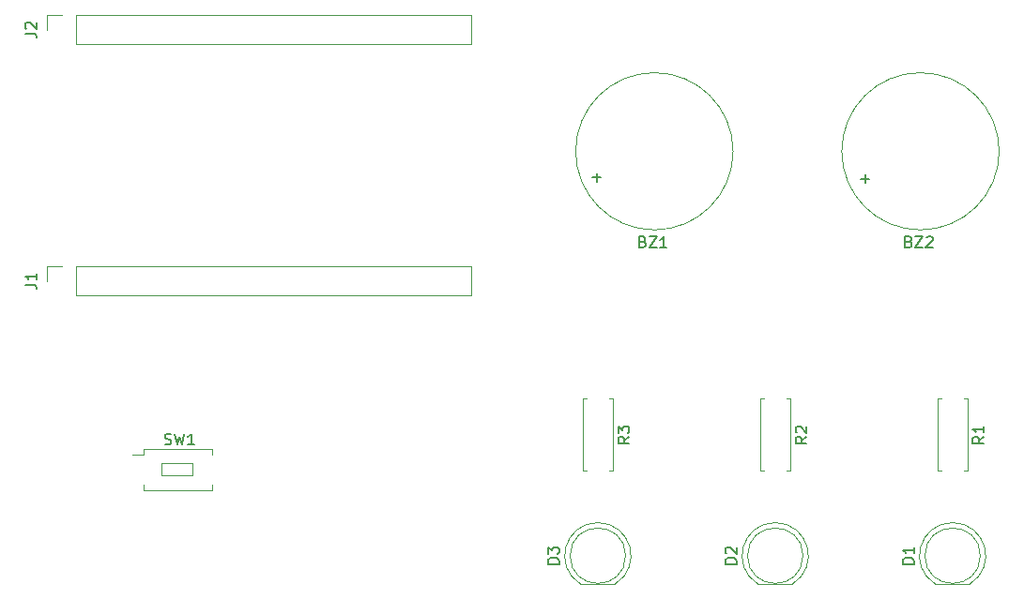
<source format=gbr>
%TF.GenerationSoftware,KiCad,Pcbnew,9.0.7*%
%TF.CreationDate,2026-01-03T23:35:48+01:00*%
%TF.ProjectId,Empfaenger,456d7066-6165-46e6-9765-722e6b696361,rev?*%
%TF.SameCoordinates,Original*%
%TF.FileFunction,Legend,Top*%
%TF.FilePolarity,Positive*%
%FSLAX46Y46*%
G04 Gerber Fmt 4.6, Leading zero omitted, Abs format (unit mm)*
G04 Created by KiCad (PCBNEW 9.0.7) date 2026-01-03 23:35:48*
%MOMM*%
%LPD*%
G01*
G04 APERTURE LIST*
%ADD10C,0.150000*%
%ADD11C,0.120000*%
G04 APERTURE END LIST*
D10*
X71959047Y-37961009D02*
X72101904Y-38008628D01*
X72101904Y-38008628D02*
X72149523Y-38056247D01*
X72149523Y-38056247D02*
X72197142Y-38151485D01*
X72197142Y-38151485D02*
X72197142Y-38294342D01*
X72197142Y-38294342D02*
X72149523Y-38389580D01*
X72149523Y-38389580D02*
X72101904Y-38437200D01*
X72101904Y-38437200D02*
X72006666Y-38484819D01*
X72006666Y-38484819D02*
X71625714Y-38484819D01*
X71625714Y-38484819D02*
X71625714Y-37484819D01*
X71625714Y-37484819D02*
X71959047Y-37484819D01*
X71959047Y-37484819D02*
X72054285Y-37532438D01*
X72054285Y-37532438D02*
X72101904Y-37580057D01*
X72101904Y-37580057D02*
X72149523Y-37675295D01*
X72149523Y-37675295D02*
X72149523Y-37770533D01*
X72149523Y-37770533D02*
X72101904Y-37865771D01*
X72101904Y-37865771D02*
X72054285Y-37913390D01*
X72054285Y-37913390D02*
X71959047Y-37961009D01*
X71959047Y-37961009D02*
X71625714Y-37961009D01*
X72530476Y-37484819D02*
X73197142Y-37484819D01*
X73197142Y-37484819D02*
X72530476Y-38484819D01*
X72530476Y-38484819D02*
X73197142Y-38484819D01*
X74101904Y-38484819D02*
X73530476Y-38484819D01*
X73816190Y-38484819D02*
X73816190Y-37484819D01*
X73816190Y-37484819D02*
X73720952Y-37627676D01*
X73720952Y-37627676D02*
X73625714Y-37722914D01*
X73625714Y-37722914D02*
X73530476Y-37770533D01*
X67419048Y-32173866D02*
X68180953Y-32173866D01*
X67800000Y-32554819D02*
X67800000Y-31792914D01*
X28836667Y-56257200D02*
X28979524Y-56304819D01*
X28979524Y-56304819D02*
X29217619Y-56304819D01*
X29217619Y-56304819D02*
X29312857Y-56257200D01*
X29312857Y-56257200D02*
X29360476Y-56209580D01*
X29360476Y-56209580D02*
X29408095Y-56114342D01*
X29408095Y-56114342D02*
X29408095Y-56019104D01*
X29408095Y-56019104D02*
X29360476Y-55923866D01*
X29360476Y-55923866D02*
X29312857Y-55876247D01*
X29312857Y-55876247D02*
X29217619Y-55828628D01*
X29217619Y-55828628D02*
X29027143Y-55781009D01*
X29027143Y-55781009D02*
X28931905Y-55733390D01*
X28931905Y-55733390D02*
X28884286Y-55685771D01*
X28884286Y-55685771D02*
X28836667Y-55590533D01*
X28836667Y-55590533D02*
X28836667Y-55495295D01*
X28836667Y-55495295D02*
X28884286Y-55400057D01*
X28884286Y-55400057D02*
X28931905Y-55352438D01*
X28931905Y-55352438D02*
X29027143Y-55304819D01*
X29027143Y-55304819D02*
X29265238Y-55304819D01*
X29265238Y-55304819D02*
X29408095Y-55352438D01*
X29741429Y-55304819D02*
X29979524Y-56304819D01*
X29979524Y-56304819D02*
X30170000Y-55590533D01*
X30170000Y-55590533D02*
X30360476Y-56304819D01*
X30360476Y-56304819D02*
X30598572Y-55304819D01*
X31503333Y-56304819D02*
X30931905Y-56304819D01*
X31217619Y-56304819D02*
X31217619Y-55304819D01*
X31217619Y-55304819D02*
X31122381Y-55447676D01*
X31122381Y-55447676D02*
X31027143Y-55542914D01*
X31027143Y-55542914D02*
X30931905Y-55590533D01*
X96394819Y-67068094D02*
X95394819Y-67068094D01*
X95394819Y-67068094D02*
X95394819Y-66829999D01*
X95394819Y-66829999D02*
X95442438Y-66687142D01*
X95442438Y-66687142D02*
X95537676Y-66591904D01*
X95537676Y-66591904D02*
X95632914Y-66544285D01*
X95632914Y-66544285D02*
X95823390Y-66496666D01*
X95823390Y-66496666D02*
X95966247Y-66496666D01*
X95966247Y-66496666D02*
X96156723Y-66544285D01*
X96156723Y-66544285D02*
X96251961Y-66591904D01*
X96251961Y-66591904D02*
X96347200Y-66687142D01*
X96347200Y-66687142D02*
X96394819Y-66829999D01*
X96394819Y-66829999D02*
X96394819Y-67068094D01*
X96394819Y-65544285D02*
X96394819Y-66115713D01*
X96394819Y-65829999D02*
X95394819Y-65829999D01*
X95394819Y-65829999D02*
X95537676Y-65925237D01*
X95537676Y-65925237D02*
X95632914Y-66020475D01*
X95632914Y-66020475D02*
X95680533Y-66115713D01*
X102724819Y-55576666D02*
X102248628Y-55909999D01*
X102724819Y-56148094D02*
X101724819Y-56148094D01*
X101724819Y-56148094D02*
X101724819Y-55767142D01*
X101724819Y-55767142D02*
X101772438Y-55671904D01*
X101772438Y-55671904D02*
X101820057Y-55624285D01*
X101820057Y-55624285D02*
X101915295Y-55576666D01*
X101915295Y-55576666D02*
X102058152Y-55576666D01*
X102058152Y-55576666D02*
X102153390Y-55624285D01*
X102153390Y-55624285D02*
X102201009Y-55671904D01*
X102201009Y-55671904D02*
X102248628Y-55767142D01*
X102248628Y-55767142D02*
X102248628Y-56148094D01*
X102724819Y-54624285D02*
X102724819Y-55195713D01*
X102724819Y-54909999D02*
X101724819Y-54909999D01*
X101724819Y-54909999D02*
X101867676Y-55005237D01*
X101867676Y-55005237D02*
X101962914Y-55100475D01*
X101962914Y-55100475D02*
X102010533Y-55195713D01*
X70724819Y-55576666D02*
X70248628Y-55909999D01*
X70724819Y-56148094D02*
X69724819Y-56148094D01*
X69724819Y-56148094D02*
X69724819Y-55767142D01*
X69724819Y-55767142D02*
X69772438Y-55671904D01*
X69772438Y-55671904D02*
X69820057Y-55624285D01*
X69820057Y-55624285D02*
X69915295Y-55576666D01*
X69915295Y-55576666D02*
X70058152Y-55576666D01*
X70058152Y-55576666D02*
X70153390Y-55624285D01*
X70153390Y-55624285D02*
X70201009Y-55671904D01*
X70201009Y-55671904D02*
X70248628Y-55767142D01*
X70248628Y-55767142D02*
X70248628Y-56148094D01*
X69724819Y-55243332D02*
X69724819Y-54624285D01*
X69724819Y-54624285D02*
X70105771Y-54957618D01*
X70105771Y-54957618D02*
X70105771Y-54814761D01*
X70105771Y-54814761D02*
X70153390Y-54719523D01*
X70153390Y-54719523D02*
X70201009Y-54671904D01*
X70201009Y-54671904D02*
X70296247Y-54624285D01*
X70296247Y-54624285D02*
X70534342Y-54624285D01*
X70534342Y-54624285D02*
X70629580Y-54671904D01*
X70629580Y-54671904D02*
X70677200Y-54719523D01*
X70677200Y-54719523D02*
X70724819Y-54814761D01*
X70724819Y-54814761D02*
X70724819Y-55100475D01*
X70724819Y-55100475D02*
X70677200Y-55195713D01*
X70677200Y-55195713D02*
X70629580Y-55243332D01*
X86724819Y-55576666D02*
X86248628Y-55909999D01*
X86724819Y-56148094D02*
X85724819Y-56148094D01*
X85724819Y-56148094D02*
X85724819Y-55767142D01*
X85724819Y-55767142D02*
X85772438Y-55671904D01*
X85772438Y-55671904D02*
X85820057Y-55624285D01*
X85820057Y-55624285D02*
X85915295Y-55576666D01*
X85915295Y-55576666D02*
X86058152Y-55576666D01*
X86058152Y-55576666D02*
X86153390Y-55624285D01*
X86153390Y-55624285D02*
X86201009Y-55671904D01*
X86201009Y-55671904D02*
X86248628Y-55767142D01*
X86248628Y-55767142D02*
X86248628Y-56148094D01*
X85820057Y-55195713D02*
X85772438Y-55148094D01*
X85772438Y-55148094D02*
X85724819Y-55052856D01*
X85724819Y-55052856D02*
X85724819Y-54814761D01*
X85724819Y-54814761D02*
X85772438Y-54719523D01*
X85772438Y-54719523D02*
X85820057Y-54671904D01*
X85820057Y-54671904D02*
X85915295Y-54624285D01*
X85915295Y-54624285D02*
X86010533Y-54624285D01*
X86010533Y-54624285D02*
X86153390Y-54671904D01*
X86153390Y-54671904D02*
X86724819Y-55243332D01*
X86724819Y-55243332D02*
X86724819Y-54624285D01*
X16244819Y-19153333D02*
X16959104Y-19153333D01*
X16959104Y-19153333D02*
X17101961Y-19200952D01*
X17101961Y-19200952D02*
X17197200Y-19296190D01*
X17197200Y-19296190D02*
X17244819Y-19439047D01*
X17244819Y-19439047D02*
X17244819Y-19534285D01*
X16340057Y-18724761D02*
X16292438Y-18677142D01*
X16292438Y-18677142D02*
X16244819Y-18581904D01*
X16244819Y-18581904D02*
X16244819Y-18343809D01*
X16244819Y-18343809D02*
X16292438Y-18248571D01*
X16292438Y-18248571D02*
X16340057Y-18200952D01*
X16340057Y-18200952D02*
X16435295Y-18153333D01*
X16435295Y-18153333D02*
X16530533Y-18153333D01*
X16530533Y-18153333D02*
X16673390Y-18200952D01*
X16673390Y-18200952D02*
X17244819Y-18772380D01*
X17244819Y-18772380D02*
X17244819Y-18153333D01*
X16244819Y-41833333D02*
X16959104Y-41833333D01*
X16959104Y-41833333D02*
X17101961Y-41880952D01*
X17101961Y-41880952D02*
X17197200Y-41976190D01*
X17197200Y-41976190D02*
X17244819Y-42119047D01*
X17244819Y-42119047D02*
X17244819Y-42214285D01*
X17244819Y-40833333D02*
X17244819Y-41404761D01*
X17244819Y-41119047D02*
X16244819Y-41119047D01*
X16244819Y-41119047D02*
X16387676Y-41214285D01*
X16387676Y-41214285D02*
X16482914Y-41309523D01*
X16482914Y-41309523D02*
X16530533Y-41404761D01*
X64394819Y-67068094D02*
X63394819Y-67068094D01*
X63394819Y-67068094D02*
X63394819Y-66829999D01*
X63394819Y-66829999D02*
X63442438Y-66687142D01*
X63442438Y-66687142D02*
X63537676Y-66591904D01*
X63537676Y-66591904D02*
X63632914Y-66544285D01*
X63632914Y-66544285D02*
X63823390Y-66496666D01*
X63823390Y-66496666D02*
X63966247Y-66496666D01*
X63966247Y-66496666D02*
X64156723Y-66544285D01*
X64156723Y-66544285D02*
X64251961Y-66591904D01*
X64251961Y-66591904D02*
X64347200Y-66687142D01*
X64347200Y-66687142D02*
X64394819Y-66829999D01*
X64394819Y-66829999D02*
X64394819Y-67068094D01*
X63394819Y-66163332D02*
X63394819Y-65544285D01*
X63394819Y-65544285D02*
X63775771Y-65877618D01*
X63775771Y-65877618D02*
X63775771Y-65734761D01*
X63775771Y-65734761D02*
X63823390Y-65639523D01*
X63823390Y-65639523D02*
X63871009Y-65591904D01*
X63871009Y-65591904D02*
X63966247Y-65544285D01*
X63966247Y-65544285D02*
X64204342Y-65544285D01*
X64204342Y-65544285D02*
X64299580Y-65591904D01*
X64299580Y-65591904D02*
X64347200Y-65639523D01*
X64347200Y-65639523D02*
X64394819Y-65734761D01*
X64394819Y-65734761D02*
X64394819Y-66020475D01*
X64394819Y-66020475D02*
X64347200Y-66115713D01*
X64347200Y-66115713D02*
X64299580Y-66163332D01*
X80394819Y-67068094D02*
X79394819Y-67068094D01*
X79394819Y-67068094D02*
X79394819Y-66829999D01*
X79394819Y-66829999D02*
X79442438Y-66687142D01*
X79442438Y-66687142D02*
X79537676Y-66591904D01*
X79537676Y-66591904D02*
X79632914Y-66544285D01*
X79632914Y-66544285D02*
X79823390Y-66496666D01*
X79823390Y-66496666D02*
X79966247Y-66496666D01*
X79966247Y-66496666D02*
X80156723Y-66544285D01*
X80156723Y-66544285D02*
X80251961Y-66591904D01*
X80251961Y-66591904D02*
X80347200Y-66687142D01*
X80347200Y-66687142D02*
X80394819Y-66829999D01*
X80394819Y-66829999D02*
X80394819Y-67068094D01*
X79490057Y-66115713D02*
X79442438Y-66068094D01*
X79442438Y-66068094D02*
X79394819Y-65972856D01*
X79394819Y-65972856D02*
X79394819Y-65734761D01*
X79394819Y-65734761D02*
X79442438Y-65639523D01*
X79442438Y-65639523D02*
X79490057Y-65591904D01*
X79490057Y-65591904D02*
X79585295Y-65544285D01*
X79585295Y-65544285D02*
X79680533Y-65544285D01*
X79680533Y-65544285D02*
X79823390Y-65591904D01*
X79823390Y-65591904D02*
X80394819Y-66163332D01*
X80394819Y-66163332D02*
X80394819Y-65544285D01*
X95959047Y-37961009D02*
X96101904Y-38008628D01*
X96101904Y-38008628D02*
X96149523Y-38056247D01*
X96149523Y-38056247D02*
X96197142Y-38151485D01*
X96197142Y-38151485D02*
X96197142Y-38294342D01*
X96197142Y-38294342D02*
X96149523Y-38389580D01*
X96149523Y-38389580D02*
X96101904Y-38437200D01*
X96101904Y-38437200D02*
X96006666Y-38484819D01*
X96006666Y-38484819D02*
X95625714Y-38484819D01*
X95625714Y-38484819D02*
X95625714Y-37484819D01*
X95625714Y-37484819D02*
X95959047Y-37484819D01*
X95959047Y-37484819D02*
X96054285Y-37532438D01*
X96054285Y-37532438D02*
X96101904Y-37580057D01*
X96101904Y-37580057D02*
X96149523Y-37675295D01*
X96149523Y-37675295D02*
X96149523Y-37770533D01*
X96149523Y-37770533D02*
X96101904Y-37865771D01*
X96101904Y-37865771D02*
X96054285Y-37913390D01*
X96054285Y-37913390D02*
X95959047Y-37961009D01*
X95959047Y-37961009D02*
X95625714Y-37961009D01*
X96530476Y-37484819D02*
X97197142Y-37484819D01*
X97197142Y-37484819D02*
X96530476Y-38484819D01*
X96530476Y-38484819D02*
X97197142Y-38484819D01*
X97530476Y-37580057D02*
X97578095Y-37532438D01*
X97578095Y-37532438D02*
X97673333Y-37484819D01*
X97673333Y-37484819D02*
X97911428Y-37484819D01*
X97911428Y-37484819D02*
X98006666Y-37532438D01*
X98006666Y-37532438D02*
X98054285Y-37580057D01*
X98054285Y-37580057D02*
X98101904Y-37675295D01*
X98101904Y-37675295D02*
X98101904Y-37770533D01*
X98101904Y-37770533D02*
X98054285Y-37913390D01*
X98054285Y-37913390D02*
X97482857Y-38484819D01*
X97482857Y-38484819D02*
X98101904Y-38484819D01*
X91619048Y-32273866D02*
X92380953Y-32273866D01*
X92000000Y-32654819D02*
X92000000Y-31892914D01*
D11*
%TO.C,BZ1*%
X80100000Y-29800000D02*
G75*
G02*
X65900000Y-29800000I-7100000J0D01*
G01*
X65900000Y-29800000D02*
G75*
G02*
X80100000Y-29800000I7100000J0D01*
G01*
%TO.C,SW1*%
X26900000Y-56700000D02*
X26900000Y-57160000D01*
X26900000Y-57160000D02*
X25900000Y-57160000D01*
X26900000Y-59940000D02*
X26900000Y-60400000D01*
X26900000Y-60400000D02*
X33100000Y-60400000D01*
X33100000Y-56700000D02*
X26900000Y-56700000D01*
X33100000Y-56700000D02*
X33100000Y-57160000D01*
X33100000Y-59940000D02*
X33100000Y-60400000D01*
X28500000Y-58000000D02*
X31350000Y-58000000D01*
X31350000Y-59050000D01*
X28500000Y-59050000D01*
X28500000Y-58000000D01*
%TO.C,D1*%
X102400000Y-66330000D02*
G75*
G02*
X97400000Y-66330000I-2500000J0D01*
G01*
X97400000Y-66330000D02*
G75*
G02*
X102400000Y-66330000I2500000J0D01*
G01*
X99900000Y-63340000D02*
G75*
G02*
X101444830Y-68890000I0J-2990000D01*
G01*
X98355170Y-68890000D02*
G75*
G02*
X99900000Y-63340000I1544830J2560000D01*
G01*
X98355000Y-68890000D02*
X101445000Y-68890000D01*
%TO.C,R1*%
X98530000Y-58680000D02*
X98860000Y-58680000D01*
X101270000Y-58680000D02*
X100940000Y-58680000D01*
X98530000Y-52140000D02*
X98530000Y-58680000D01*
X98860000Y-52140000D02*
X98530000Y-52140000D01*
X100940000Y-52140000D02*
X101270000Y-52140000D01*
X101270000Y-52140000D02*
X101270000Y-58680000D01*
%TO.C,R3*%
X69270000Y-52140000D02*
X69270000Y-58680000D01*
X68940000Y-52140000D02*
X69270000Y-52140000D01*
X66860000Y-52140000D02*
X66530000Y-52140000D01*
X66530000Y-52140000D02*
X66530000Y-58680000D01*
X69270000Y-58680000D02*
X68940000Y-58680000D01*
X66530000Y-58680000D02*
X66860000Y-58680000D01*
%TO.C,R2*%
X85270000Y-52140000D02*
X85270000Y-58680000D01*
X84940000Y-52140000D02*
X85270000Y-52140000D01*
X82860000Y-52140000D02*
X82530000Y-52140000D01*
X82530000Y-52140000D02*
X82530000Y-58680000D01*
X85270000Y-58680000D02*
X84940000Y-58680000D01*
X82530000Y-58680000D02*
X82860000Y-58680000D01*
%TO.C,J2*%
X20830000Y-20150000D02*
X56450000Y-20150000D01*
X20830000Y-20150000D02*
X20830000Y-17490000D01*
X56450000Y-20150000D02*
X56450000Y-17490000D01*
X18230000Y-18820000D02*
X18230000Y-17490000D01*
X18230000Y-17490000D02*
X19560000Y-17490000D01*
X20830000Y-17490000D02*
X56450000Y-17490000D01*
%TO.C,J1*%
X20830000Y-42830000D02*
X56450000Y-42830000D01*
X20830000Y-42830000D02*
X20830000Y-40170000D01*
X56450000Y-42830000D02*
X56450000Y-40170000D01*
X18230000Y-41500000D02*
X18230000Y-40170000D01*
X18230000Y-40170000D02*
X19560000Y-40170000D01*
X20830000Y-40170000D02*
X56450000Y-40170000D01*
%TO.C,D3*%
X66355000Y-68890000D02*
X69445000Y-68890000D01*
X66355170Y-68890000D02*
G75*
G02*
X67900000Y-63340000I1544830J2560000D01*
G01*
X67900000Y-63340000D02*
G75*
G02*
X69444830Y-68890000I0J-2990000D01*
G01*
X70400000Y-66330000D02*
G75*
G02*
X65400000Y-66330000I-2500000J0D01*
G01*
X65400000Y-66330000D02*
G75*
G02*
X70400000Y-66330000I2500000J0D01*
G01*
%TO.C,D2*%
X82355000Y-68890000D02*
X85445000Y-68890000D01*
X82355170Y-68890000D02*
G75*
G02*
X83900000Y-63340000I1544830J2560000D01*
G01*
X83900000Y-63340000D02*
G75*
G02*
X85444830Y-68890000I0J-2990000D01*
G01*
X86400000Y-66330000D02*
G75*
G02*
X81400000Y-66330000I-2500000J0D01*
G01*
X81400000Y-66330000D02*
G75*
G02*
X86400000Y-66330000I2500000J0D01*
G01*
%TO.C,BZ2*%
X104100000Y-29800000D02*
G75*
G02*
X89900000Y-29800000I-7100000J0D01*
G01*
X89900000Y-29800000D02*
G75*
G02*
X104100000Y-29800000I7100000J0D01*
G01*
%TD*%
M02*

</source>
